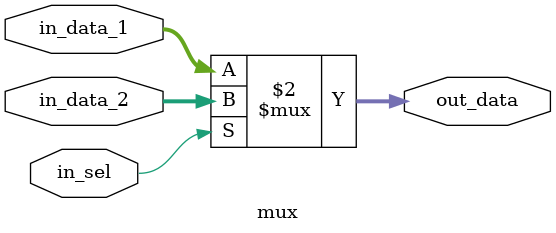
<source format=v>
module mux(
    in_data_1, // input data 1
    in_data_2, // input data 2
    in_sel,    // select (0 for data 1 and 1 for data 2)
    out_data   // output data
);

input [63:0] in_data_1;
input [63:0] in_data_2;
input in_sel;
output [63:0] out_data;

assign out_data = (in_sel == 0) ? in_data_1 : in_data_2;

endmodule
</source>
